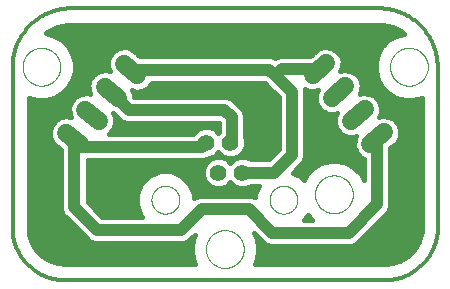
<source format=gtl>
G75*
%MOIN*%
%OFA0B0*%
%FSLAX25Y25*%
%IPPOS*%
%LPD*%
%AMOC8*
5,1,8,0,0,1.08239X$1,22.5*
%
%ADD10C,0.01200*%
%ADD11C,0.00000*%
%ADD12C,0.05937*%
%ADD13C,0.05543*%
%ADD14C,0.04000*%
%ADD15C,0.01600*%
D10*
X0021485Y0001909D02*
X0123847Y0001909D01*
X0143532Y0017657D02*
X0143532Y0072775D01*
X0143526Y0073251D01*
X0143509Y0073726D01*
X0143480Y0074201D01*
X0143440Y0074675D01*
X0143388Y0075148D01*
X0143325Y0075619D01*
X0143251Y0076089D01*
X0143165Y0076557D01*
X0143068Y0077023D01*
X0142960Y0077486D01*
X0142841Y0077946D01*
X0142710Y0078404D01*
X0142569Y0078858D01*
X0142416Y0079309D01*
X0142253Y0079755D01*
X0142079Y0080198D01*
X0141894Y0080636D01*
X0141699Y0081070D01*
X0141493Y0081499D01*
X0141277Y0081923D01*
X0141051Y0082342D01*
X0140815Y0082755D01*
X0140569Y0083162D01*
X0140313Y0083563D01*
X0140047Y0083957D01*
X0139772Y0084346D01*
X0139488Y0084727D01*
X0139195Y0085101D01*
X0138893Y0085469D01*
X0138581Y0085829D01*
X0138262Y0086181D01*
X0137934Y0086525D01*
X0137597Y0086862D01*
X0137253Y0087190D01*
X0136901Y0087509D01*
X0136541Y0087821D01*
X0136173Y0088123D01*
X0135799Y0088416D01*
X0135418Y0088700D01*
X0135029Y0088975D01*
X0134635Y0089241D01*
X0134234Y0089497D01*
X0133827Y0089743D01*
X0133414Y0089979D01*
X0132995Y0090205D01*
X0132571Y0090421D01*
X0132142Y0090627D01*
X0131708Y0090822D01*
X0131270Y0091007D01*
X0130827Y0091181D01*
X0130381Y0091344D01*
X0129930Y0091497D01*
X0129476Y0091638D01*
X0129018Y0091769D01*
X0128558Y0091888D01*
X0128095Y0091996D01*
X0127629Y0092093D01*
X0127161Y0092179D01*
X0126691Y0092253D01*
X0126220Y0092316D01*
X0125747Y0092368D01*
X0125273Y0092408D01*
X0124798Y0092437D01*
X0124323Y0092454D01*
X0123847Y0092460D01*
X0021485Y0092460D01*
X0021009Y0092454D01*
X0020534Y0092437D01*
X0020059Y0092408D01*
X0019585Y0092368D01*
X0019112Y0092316D01*
X0018641Y0092253D01*
X0018171Y0092179D01*
X0017703Y0092093D01*
X0017237Y0091996D01*
X0016774Y0091888D01*
X0016314Y0091769D01*
X0015856Y0091638D01*
X0015402Y0091497D01*
X0014951Y0091344D01*
X0014505Y0091181D01*
X0014062Y0091007D01*
X0013624Y0090822D01*
X0013190Y0090627D01*
X0012761Y0090421D01*
X0012337Y0090205D01*
X0011918Y0089979D01*
X0011505Y0089743D01*
X0011098Y0089497D01*
X0010697Y0089241D01*
X0010303Y0088975D01*
X0009914Y0088700D01*
X0009533Y0088416D01*
X0009159Y0088123D01*
X0008791Y0087821D01*
X0008431Y0087509D01*
X0008079Y0087190D01*
X0007735Y0086862D01*
X0007398Y0086525D01*
X0007070Y0086181D01*
X0006751Y0085829D01*
X0006439Y0085469D01*
X0006137Y0085101D01*
X0005844Y0084727D01*
X0005560Y0084346D01*
X0005285Y0083957D01*
X0005019Y0083563D01*
X0004763Y0083162D01*
X0004517Y0082755D01*
X0004281Y0082342D01*
X0004055Y0081923D01*
X0003839Y0081499D01*
X0003633Y0081070D01*
X0003438Y0080636D01*
X0003253Y0080198D01*
X0003079Y0079755D01*
X0002916Y0079309D01*
X0002763Y0078858D01*
X0002622Y0078404D01*
X0002491Y0077946D01*
X0002372Y0077486D01*
X0002264Y0077023D01*
X0002167Y0076557D01*
X0002081Y0076089D01*
X0002007Y0075619D01*
X0001944Y0075148D01*
X0001892Y0074675D01*
X0001852Y0074201D01*
X0001823Y0073726D01*
X0001806Y0073251D01*
X0001800Y0072775D01*
X0001800Y0017657D01*
X0001853Y0017230D01*
X0001916Y0016804D01*
X0001989Y0016379D01*
X0002073Y0015957D01*
X0002166Y0015536D01*
X0002270Y0015118D01*
X0002384Y0014703D01*
X0002508Y0014290D01*
X0002642Y0013881D01*
X0002786Y0013475D01*
X0002939Y0013072D01*
X0003103Y0012674D01*
X0003275Y0012279D01*
X0003458Y0011889D01*
X0003649Y0011503D01*
X0003850Y0011122D01*
X0004060Y0010746D01*
X0004279Y0010375D01*
X0004507Y0010009D01*
X0004744Y0009649D01*
X0004990Y0009295D01*
X0005243Y0008947D01*
X0005506Y0008606D01*
X0005776Y0008270D01*
X0006054Y0007942D01*
X0006341Y0007620D01*
X0006635Y0007305D01*
X0006936Y0006997D01*
X0007245Y0006697D01*
X0007561Y0006404D01*
X0007884Y0006119D01*
X0008214Y0005842D01*
X0008550Y0005573D01*
X0008893Y0005312D01*
X0009242Y0005059D01*
X0009597Y0004815D01*
X0009958Y0004580D01*
X0010324Y0004353D01*
X0010696Y0004136D01*
X0011073Y0003927D01*
X0011455Y0003727D01*
X0011841Y0003537D01*
X0012232Y0003357D01*
X0012627Y0003185D01*
X0013027Y0003024D01*
X0013430Y0002872D01*
X0013836Y0002729D01*
X0014246Y0002597D01*
X0014659Y0002475D01*
X0015075Y0002362D01*
X0015494Y0002260D01*
X0015914Y0002168D01*
X0016337Y0002086D01*
X0016762Y0002014D01*
X0017188Y0001953D01*
X0017616Y0001902D01*
X0018045Y0001861D01*
X0018475Y0001830D01*
X0018905Y0001811D01*
X0019336Y0001801D01*
X0019766Y0001802D01*
X0020197Y0001813D01*
X0020627Y0001835D01*
X0021057Y0001867D01*
X0021486Y0001909D01*
X0123847Y0001909D02*
X0124276Y0001867D01*
X0124706Y0001835D01*
X0125136Y0001813D01*
X0125567Y0001802D01*
X0125997Y0001801D01*
X0126428Y0001811D01*
X0126858Y0001830D01*
X0127288Y0001861D01*
X0127717Y0001902D01*
X0128145Y0001953D01*
X0128571Y0002014D01*
X0128996Y0002086D01*
X0129419Y0002168D01*
X0129839Y0002260D01*
X0130258Y0002362D01*
X0130674Y0002475D01*
X0131087Y0002597D01*
X0131497Y0002729D01*
X0131903Y0002872D01*
X0132306Y0003024D01*
X0132706Y0003185D01*
X0133101Y0003357D01*
X0133492Y0003537D01*
X0133878Y0003727D01*
X0134260Y0003927D01*
X0134637Y0004136D01*
X0135009Y0004353D01*
X0135375Y0004580D01*
X0135736Y0004815D01*
X0136091Y0005059D01*
X0136440Y0005312D01*
X0136783Y0005573D01*
X0137119Y0005842D01*
X0137449Y0006119D01*
X0137772Y0006404D01*
X0138088Y0006697D01*
X0138397Y0006997D01*
X0138698Y0007305D01*
X0138992Y0007620D01*
X0139279Y0007942D01*
X0139557Y0008270D01*
X0139827Y0008606D01*
X0140090Y0008947D01*
X0140343Y0009295D01*
X0140589Y0009649D01*
X0140826Y0010009D01*
X0141054Y0010375D01*
X0141273Y0010746D01*
X0141483Y0011122D01*
X0141684Y0011503D01*
X0141875Y0011889D01*
X0142058Y0012279D01*
X0142230Y0012674D01*
X0142394Y0013072D01*
X0142547Y0013475D01*
X0142691Y0013881D01*
X0142825Y0014290D01*
X0142949Y0014703D01*
X0143063Y0015118D01*
X0143167Y0015536D01*
X0143260Y0015957D01*
X0143344Y0016379D01*
X0143417Y0016804D01*
X0143480Y0017230D01*
X0143533Y0017657D01*
D11*
X0102627Y0030472D02*
X0102629Y0030630D01*
X0102635Y0030788D01*
X0102645Y0030946D01*
X0102659Y0031104D01*
X0102677Y0031261D01*
X0102698Y0031418D01*
X0102724Y0031574D01*
X0102754Y0031730D01*
X0102787Y0031885D01*
X0102825Y0032038D01*
X0102866Y0032191D01*
X0102911Y0032343D01*
X0102960Y0032494D01*
X0103013Y0032643D01*
X0103069Y0032791D01*
X0103129Y0032937D01*
X0103193Y0033082D01*
X0103261Y0033225D01*
X0103332Y0033367D01*
X0103406Y0033507D01*
X0103484Y0033644D01*
X0103566Y0033780D01*
X0103650Y0033914D01*
X0103739Y0034045D01*
X0103830Y0034174D01*
X0103925Y0034301D01*
X0104022Y0034426D01*
X0104123Y0034548D01*
X0104227Y0034667D01*
X0104334Y0034784D01*
X0104444Y0034898D01*
X0104557Y0035009D01*
X0104672Y0035118D01*
X0104790Y0035223D01*
X0104911Y0035325D01*
X0105034Y0035425D01*
X0105160Y0035521D01*
X0105288Y0035614D01*
X0105418Y0035704D01*
X0105551Y0035790D01*
X0105686Y0035874D01*
X0105822Y0035953D01*
X0105961Y0036030D01*
X0106102Y0036102D01*
X0106244Y0036172D01*
X0106388Y0036237D01*
X0106534Y0036299D01*
X0106681Y0036357D01*
X0106830Y0036412D01*
X0106980Y0036463D01*
X0107131Y0036510D01*
X0107283Y0036553D01*
X0107436Y0036592D01*
X0107591Y0036628D01*
X0107746Y0036659D01*
X0107902Y0036687D01*
X0108058Y0036711D01*
X0108215Y0036731D01*
X0108373Y0036747D01*
X0108530Y0036759D01*
X0108689Y0036767D01*
X0108847Y0036771D01*
X0109005Y0036771D01*
X0109163Y0036767D01*
X0109322Y0036759D01*
X0109479Y0036747D01*
X0109637Y0036731D01*
X0109794Y0036711D01*
X0109950Y0036687D01*
X0110106Y0036659D01*
X0110261Y0036628D01*
X0110416Y0036592D01*
X0110569Y0036553D01*
X0110721Y0036510D01*
X0110872Y0036463D01*
X0111022Y0036412D01*
X0111171Y0036357D01*
X0111318Y0036299D01*
X0111464Y0036237D01*
X0111608Y0036172D01*
X0111750Y0036102D01*
X0111891Y0036030D01*
X0112030Y0035953D01*
X0112166Y0035874D01*
X0112301Y0035790D01*
X0112434Y0035704D01*
X0112564Y0035614D01*
X0112692Y0035521D01*
X0112818Y0035425D01*
X0112941Y0035325D01*
X0113062Y0035223D01*
X0113180Y0035118D01*
X0113295Y0035009D01*
X0113408Y0034898D01*
X0113518Y0034784D01*
X0113625Y0034667D01*
X0113729Y0034548D01*
X0113830Y0034426D01*
X0113927Y0034301D01*
X0114022Y0034174D01*
X0114113Y0034045D01*
X0114202Y0033914D01*
X0114286Y0033780D01*
X0114368Y0033644D01*
X0114446Y0033507D01*
X0114520Y0033367D01*
X0114591Y0033225D01*
X0114659Y0033082D01*
X0114723Y0032937D01*
X0114783Y0032791D01*
X0114839Y0032643D01*
X0114892Y0032494D01*
X0114941Y0032343D01*
X0114986Y0032191D01*
X0115027Y0032038D01*
X0115065Y0031885D01*
X0115098Y0031730D01*
X0115128Y0031574D01*
X0115154Y0031418D01*
X0115175Y0031261D01*
X0115193Y0031104D01*
X0115207Y0030946D01*
X0115217Y0030788D01*
X0115223Y0030630D01*
X0115225Y0030472D01*
X0115223Y0030314D01*
X0115217Y0030156D01*
X0115207Y0029998D01*
X0115193Y0029840D01*
X0115175Y0029683D01*
X0115154Y0029526D01*
X0115128Y0029370D01*
X0115098Y0029214D01*
X0115065Y0029059D01*
X0115027Y0028906D01*
X0114986Y0028753D01*
X0114941Y0028601D01*
X0114892Y0028450D01*
X0114839Y0028301D01*
X0114783Y0028153D01*
X0114723Y0028007D01*
X0114659Y0027862D01*
X0114591Y0027719D01*
X0114520Y0027577D01*
X0114446Y0027437D01*
X0114368Y0027300D01*
X0114286Y0027164D01*
X0114202Y0027030D01*
X0114113Y0026899D01*
X0114022Y0026770D01*
X0113927Y0026643D01*
X0113830Y0026518D01*
X0113729Y0026396D01*
X0113625Y0026277D01*
X0113518Y0026160D01*
X0113408Y0026046D01*
X0113295Y0025935D01*
X0113180Y0025826D01*
X0113062Y0025721D01*
X0112941Y0025619D01*
X0112818Y0025519D01*
X0112692Y0025423D01*
X0112564Y0025330D01*
X0112434Y0025240D01*
X0112301Y0025154D01*
X0112166Y0025070D01*
X0112030Y0024991D01*
X0111891Y0024914D01*
X0111750Y0024842D01*
X0111608Y0024772D01*
X0111464Y0024707D01*
X0111318Y0024645D01*
X0111171Y0024587D01*
X0111022Y0024532D01*
X0110872Y0024481D01*
X0110721Y0024434D01*
X0110569Y0024391D01*
X0110416Y0024352D01*
X0110261Y0024316D01*
X0110106Y0024285D01*
X0109950Y0024257D01*
X0109794Y0024233D01*
X0109637Y0024213D01*
X0109479Y0024197D01*
X0109322Y0024185D01*
X0109163Y0024177D01*
X0109005Y0024173D01*
X0108847Y0024173D01*
X0108689Y0024177D01*
X0108530Y0024185D01*
X0108373Y0024197D01*
X0108215Y0024213D01*
X0108058Y0024233D01*
X0107902Y0024257D01*
X0107746Y0024285D01*
X0107591Y0024316D01*
X0107436Y0024352D01*
X0107283Y0024391D01*
X0107131Y0024434D01*
X0106980Y0024481D01*
X0106830Y0024532D01*
X0106681Y0024587D01*
X0106534Y0024645D01*
X0106388Y0024707D01*
X0106244Y0024772D01*
X0106102Y0024842D01*
X0105961Y0024914D01*
X0105822Y0024991D01*
X0105686Y0025070D01*
X0105551Y0025154D01*
X0105418Y0025240D01*
X0105288Y0025330D01*
X0105160Y0025423D01*
X0105034Y0025519D01*
X0104911Y0025619D01*
X0104790Y0025721D01*
X0104672Y0025826D01*
X0104557Y0025935D01*
X0104444Y0026046D01*
X0104334Y0026160D01*
X0104227Y0026277D01*
X0104123Y0026396D01*
X0104022Y0026518D01*
X0103925Y0026643D01*
X0103830Y0026770D01*
X0103739Y0026899D01*
X0103650Y0027030D01*
X0103566Y0027164D01*
X0103484Y0027300D01*
X0103406Y0027437D01*
X0103332Y0027577D01*
X0103261Y0027719D01*
X0103193Y0027862D01*
X0103129Y0028007D01*
X0103069Y0028153D01*
X0103013Y0028301D01*
X0102960Y0028450D01*
X0102911Y0028601D01*
X0102866Y0028753D01*
X0102825Y0028906D01*
X0102787Y0029059D01*
X0102754Y0029214D01*
X0102724Y0029370D01*
X0102698Y0029526D01*
X0102677Y0029683D01*
X0102659Y0029840D01*
X0102645Y0029998D01*
X0102635Y0030156D01*
X0102629Y0030314D01*
X0102627Y0030472D01*
X0087469Y0028661D02*
X0087471Y0028797D01*
X0087477Y0028932D01*
X0087487Y0029068D01*
X0087501Y0029203D01*
X0087519Y0029337D01*
X0087540Y0029471D01*
X0087566Y0029605D01*
X0087595Y0029737D01*
X0087629Y0029869D01*
X0087666Y0030000D01*
X0087707Y0030129D01*
X0087752Y0030257D01*
X0087800Y0030384D01*
X0087852Y0030509D01*
X0087908Y0030633D01*
X0087968Y0030755D01*
X0088031Y0030875D01*
X0088097Y0030994D01*
X0088167Y0031110D01*
X0088240Y0031225D01*
X0088317Y0031337D01*
X0088397Y0031446D01*
X0088480Y0031554D01*
X0088566Y0031659D01*
X0088655Y0031761D01*
X0088747Y0031861D01*
X0088842Y0031958D01*
X0088940Y0032052D01*
X0089040Y0032144D01*
X0089143Y0032232D01*
X0089249Y0032317D01*
X0089357Y0032400D01*
X0089467Y0032479D01*
X0089580Y0032554D01*
X0089695Y0032627D01*
X0089812Y0032696D01*
X0089931Y0032761D01*
X0090051Y0032823D01*
X0090174Y0032882D01*
X0090298Y0032937D01*
X0090424Y0032988D01*
X0090551Y0033036D01*
X0090679Y0033080D01*
X0090809Y0033120D01*
X0090940Y0033156D01*
X0091072Y0033188D01*
X0091204Y0033217D01*
X0091338Y0033242D01*
X0091472Y0033262D01*
X0091607Y0033279D01*
X0091742Y0033292D01*
X0091877Y0033301D01*
X0092013Y0033306D01*
X0092149Y0033307D01*
X0092285Y0033304D01*
X0092420Y0033297D01*
X0092556Y0033286D01*
X0092691Y0033271D01*
X0092825Y0033252D01*
X0092959Y0033230D01*
X0093092Y0033203D01*
X0093224Y0033173D01*
X0093356Y0033138D01*
X0093486Y0033100D01*
X0093615Y0033058D01*
X0093743Y0033012D01*
X0093869Y0032963D01*
X0093994Y0032910D01*
X0094118Y0032853D01*
X0094239Y0032793D01*
X0094359Y0032729D01*
X0094477Y0032662D01*
X0094593Y0032591D01*
X0094707Y0032517D01*
X0094818Y0032440D01*
X0094928Y0032359D01*
X0095034Y0032275D01*
X0095139Y0032188D01*
X0095241Y0032098D01*
X0095340Y0032006D01*
X0095436Y0031910D01*
X0095530Y0031812D01*
X0095620Y0031710D01*
X0095708Y0031607D01*
X0095792Y0031501D01*
X0095874Y0031392D01*
X0095952Y0031281D01*
X0096027Y0031168D01*
X0096098Y0031052D01*
X0096167Y0030935D01*
X0096231Y0030815D01*
X0096292Y0030694D01*
X0096350Y0030571D01*
X0096404Y0030447D01*
X0096454Y0030321D01*
X0096501Y0030193D01*
X0096544Y0030064D01*
X0096583Y0029934D01*
X0096618Y0029803D01*
X0096650Y0029671D01*
X0096677Y0029538D01*
X0096701Y0029405D01*
X0096721Y0029270D01*
X0096737Y0029135D01*
X0096749Y0029000D01*
X0096757Y0028865D01*
X0096761Y0028729D01*
X0096761Y0028593D01*
X0096757Y0028457D01*
X0096749Y0028322D01*
X0096737Y0028187D01*
X0096721Y0028052D01*
X0096701Y0027917D01*
X0096677Y0027784D01*
X0096650Y0027651D01*
X0096618Y0027519D01*
X0096583Y0027388D01*
X0096544Y0027258D01*
X0096501Y0027129D01*
X0096454Y0027001D01*
X0096404Y0026875D01*
X0096350Y0026751D01*
X0096292Y0026628D01*
X0096231Y0026507D01*
X0096167Y0026387D01*
X0096098Y0026270D01*
X0096027Y0026154D01*
X0095952Y0026041D01*
X0095874Y0025930D01*
X0095792Y0025821D01*
X0095708Y0025715D01*
X0095620Y0025612D01*
X0095530Y0025510D01*
X0095436Y0025412D01*
X0095340Y0025316D01*
X0095241Y0025224D01*
X0095139Y0025134D01*
X0095034Y0025047D01*
X0094928Y0024963D01*
X0094818Y0024882D01*
X0094707Y0024805D01*
X0094593Y0024731D01*
X0094477Y0024660D01*
X0094359Y0024593D01*
X0094239Y0024529D01*
X0094118Y0024469D01*
X0093994Y0024412D01*
X0093869Y0024359D01*
X0093743Y0024310D01*
X0093615Y0024264D01*
X0093486Y0024222D01*
X0093356Y0024184D01*
X0093224Y0024149D01*
X0093092Y0024119D01*
X0092959Y0024092D01*
X0092825Y0024070D01*
X0092691Y0024051D01*
X0092556Y0024036D01*
X0092420Y0024025D01*
X0092285Y0024018D01*
X0092149Y0024015D01*
X0092013Y0024016D01*
X0091877Y0024021D01*
X0091742Y0024030D01*
X0091607Y0024043D01*
X0091472Y0024060D01*
X0091338Y0024080D01*
X0091204Y0024105D01*
X0091072Y0024134D01*
X0090940Y0024166D01*
X0090809Y0024202D01*
X0090679Y0024242D01*
X0090551Y0024286D01*
X0090424Y0024334D01*
X0090298Y0024385D01*
X0090174Y0024440D01*
X0090051Y0024499D01*
X0089931Y0024561D01*
X0089812Y0024626D01*
X0089695Y0024695D01*
X0089580Y0024768D01*
X0089467Y0024843D01*
X0089357Y0024922D01*
X0089249Y0025005D01*
X0089143Y0025090D01*
X0089040Y0025178D01*
X0088940Y0025270D01*
X0088842Y0025364D01*
X0088747Y0025461D01*
X0088655Y0025561D01*
X0088566Y0025663D01*
X0088480Y0025768D01*
X0088397Y0025876D01*
X0088317Y0025985D01*
X0088240Y0026097D01*
X0088167Y0026212D01*
X0088097Y0026328D01*
X0088031Y0026447D01*
X0087968Y0026567D01*
X0087908Y0026689D01*
X0087852Y0026813D01*
X0087800Y0026938D01*
X0087752Y0027065D01*
X0087707Y0027193D01*
X0087666Y0027322D01*
X0087629Y0027453D01*
X0087595Y0027585D01*
X0087566Y0027717D01*
X0087540Y0027851D01*
X0087519Y0027985D01*
X0087501Y0028119D01*
X0087487Y0028254D01*
X0087477Y0028390D01*
X0087471Y0028525D01*
X0087469Y0028661D01*
X0066269Y0012224D02*
X0066271Y0012382D01*
X0066277Y0012540D01*
X0066287Y0012698D01*
X0066301Y0012856D01*
X0066319Y0013013D01*
X0066340Y0013170D01*
X0066366Y0013326D01*
X0066396Y0013482D01*
X0066429Y0013637D01*
X0066467Y0013790D01*
X0066508Y0013943D01*
X0066553Y0014095D01*
X0066602Y0014246D01*
X0066655Y0014395D01*
X0066711Y0014543D01*
X0066771Y0014689D01*
X0066835Y0014834D01*
X0066903Y0014977D01*
X0066974Y0015119D01*
X0067048Y0015259D01*
X0067126Y0015396D01*
X0067208Y0015532D01*
X0067292Y0015666D01*
X0067381Y0015797D01*
X0067472Y0015926D01*
X0067567Y0016053D01*
X0067664Y0016178D01*
X0067765Y0016300D01*
X0067869Y0016419D01*
X0067976Y0016536D01*
X0068086Y0016650D01*
X0068199Y0016761D01*
X0068314Y0016870D01*
X0068432Y0016975D01*
X0068553Y0017077D01*
X0068676Y0017177D01*
X0068802Y0017273D01*
X0068930Y0017366D01*
X0069060Y0017456D01*
X0069193Y0017542D01*
X0069328Y0017626D01*
X0069464Y0017705D01*
X0069603Y0017782D01*
X0069744Y0017854D01*
X0069886Y0017924D01*
X0070030Y0017989D01*
X0070176Y0018051D01*
X0070323Y0018109D01*
X0070472Y0018164D01*
X0070622Y0018215D01*
X0070773Y0018262D01*
X0070925Y0018305D01*
X0071078Y0018344D01*
X0071233Y0018380D01*
X0071388Y0018411D01*
X0071544Y0018439D01*
X0071700Y0018463D01*
X0071857Y0018483D01*
X0072015Y0018499D01*
X0072172Y0018511D01*
X0072331Y0018519D01*
X0072489Y0018523D01*
X0072647Y0018523D01*
X0072805Y0018519D01*
X0072964Y0018511D01*
X0073121Y0018499D01*
X0073279Y0018483D01*
X0073436Y0018463D01*
X0073592Y0018439D01*
X0073748Y0018411D01*
X0073903Y0018380D01*
X0074058Y0018344D01*
X0074211Y0018305D01*
X0074363Y0018262D01*
X0074514Y0018215D01*
X0074664Y0018164D01*
X0074813Y0018109D01*
X0074960Y0018051D01*
X0075106Y0017989D01*
X0075250Y0017924D01*
X0075392Y0017854D01*
X0075533Y0017782D01*
X0075672Y0017705D01*
X0075808Y0017626D01*
X0075943Y0017542D01*
X0076076Y0017456D01*
X0076206Y0017366D01*
X0076334Y0017273D01*
X0076460Y0017177D01*
X0076583Y0017077D01*
X0076704Y0016975D01*
X0076822Y0016870D01*
X0076937Y0016761D01*
X0077050Y0016650D01*
X0077160Y0016536D01*
X0077267Y0016419D01*
X0077371Y0016300D01*
X0077472Y0016178D01*
X0077569Y0016053D01*
X0077664Y0015926D01*
X0077755Y0015797D01*
X0077844Y0015666D01*
X0077928Y0015532D01*
X0078010Y0015396D01*
X0078088Y0015259D01*
X0078162Y0015119D01*
X0078233Y0014977D01*
X0078301Y0014834D01*
X0078365Y0014689D01*
X0078425Y0014543D01*
X0078481Y0014395D01*
X0078534Y0014246D01*
X0078583Y0014095D01*
X0078628Y0013943D01*
X0078669Y0013790D01*
X0078707Y0013637D01*
X0078740Y0013482D01*
X0078770Y0013326D01*
X0078796Y0013170D01*
X0078817Y0013013D01*
X0078835Y0012856D01*
X0078849Y0012698D01*
X0078859Y0012540D01*
X0078865Y0012382D01*
X0078867Y0012224D01*
X0078865Y0012066D01*
X0078859Y0011908D01*
X0078849Y0011750D01*
X0078835Y0011592D01*
X0078817Y0011435D01*
X0078796Y0011278D01*
X0078770Y0011122D01*
X0078740Y0010966D01*
X0078707Y0010811D01*
X0078669Y0010658D01*
X0078628Y0010505D01*
X0078583Y0010353D01*
X0078534Y0010202D01*
X0078481Y0010053D01*
X0078425Y0009905D01*
X0078365Y0009759D01*
X0078301Y0009614D01*
X0078233Y0009471D01*
X0078162Y0009329D01*
X0078088Y0009189D01*
X0078010Y0009052D01*
X0077928Y0008916D01*
X0077844Y0008782D01*
X0077755Y0008651D01*
X0077664Y0008522D01*
X0077569Y0008395D01*
X0077472Y0008270D01*
X0077371Y0008148D01*
X0077267Y0008029D01*
X0077160Y0007912D01*
X0077050Y0007798D01*
X0076937Y0007687D01*
X0076822Y0007578D01*
X0076704Y0007473D01*
X0076583Y0007371D01*
X0076460Y0007271D01*
X0076334Y0007175D01*
X0076206Y0007082D01*
X0076076Y0006992D01*
X0075943Y0006906D01*
X0075808Y0006822D01*
X0075672Y0006743D01*
X0075533Y0006666D01*
X0075392Y0006594D01*
X0075250Y0006524D01*
X0075106Y0006459D01*
X0074960Y0006397D01*
X0074813Y0006339D01*
X0074664Y0006284D01*
X0074514Y0006233D01*
X0074363Y0006186D01*
X0074211Y0006143D01*
X0074058Y0006104D01*
X0073903Y0006068D01*
X0073748Y0006037D01*
X0073592Y0006009D01*
X0073436Y0005985D01*
X0073279Y0005965D01*
X0073121Y0005949D01*
X0072964Y0005937D01*
X0072805Y0005929D01*
X0072647Y0005925D01*
X0072489Y0005925D01*
X0072331Y0005929D01*
X0072172Y0005937D01*
X0072015Y0005949D01*
X0071857Y0005965D01*
X0071700Y0005985D01*
X0071544Y0006009D01*
X0071388Y0006037D01*
X0071233Y0006068D01*
X0071078Y0006104D01*
X0070925Y0006143D01*
X0070773Y0006186D01*
X0070622Y0006233D01*
X0070472Y0006284D01*
X0070323Y0006339D01*
X0070176Y0006397D01*
X0070030Y0006459D01*
X0069886Y0006524D01*
X0069744Y0006594D01*
X0069603Y0006666D01*
X0069464Y0006743D01*
X0069328Y0006822D01*
X0069193Y0006906D01*
X0069060Y0006992D01*
X0068930Y0007082D01*
X0068802Y0007175D01*
X0068676Y0007271D01*
X0068553Y0007371D01*
X0068432Y0007473D01*
X0068314Y0007578D01*
X0068199Y0007687D01*
X0068086Y0007798D01*
X0067976Y0007912D01*
X0067869Y0008029D01*
X0067765Y0008148D01*
X0067664Y0008270D01*
X0067567Y0008395D01*
X0067472Y0008522D01*
X0067381Y0008651D01*
X0067292Y0008782D01*
X0067208Y0008916D01*
X0067126Y0009052D01*
X0067048Y0009189D01*
X0066974Y0009329D01*
X0066903Y0009471D01*
X0066835Y0009614D01*
X0066771Y0009759D01*
X0066711Y0009905D01*
X0066655Y0010053D01*
X0066602Y0010202D01*
X0066553Y0010353D01*
X0066508Y0010505D01*
X0066467Y0010658D01*
X0066429Y0010811D01*
X0066396Y0010966D01*
X0066366Y0011122D01*
X0066340Y0011278D01*
X0066319Y0011435D01*
X0066301Y0011592D01*
X0066287Y0011750D01*
X0066277Y0011908D01*
X0066271Y0012066D01*
X0066269Y0012224D01*
X0048099Y0028661D02*
X0048101Y0028797D01*
X0048107Y0028932D01*
X0048117Y0029068D01*
X0048131Y0029203D01*
X0048149Y0029337D01*
X0048170Y0029471D01*
X0048196Y0029605D01*
X0048225Y0029737D01*
X0048259Y0029869D01*
X0048296Y0030000D01*
X0048337Y0030129D01*
X0048382Y0030257D01*
X0048430Y0030384D01*
X0048482Y0030509D01*
X0048538Y0030633D01*
X0048598Y0030755D01*
X0048661Y0030875D01*
X0048727Y0030994D01*
X0048797Y0031110D01*
X0048870Y0031225D01*
X0048947Y0031337D01*
X0049027Y0031446D01*
X0049110Y0031554D01*
X0049196Y0031659D01*
X0049285Y0031761D01*
X0049377Y0031861D01*
X0049472Y0031958D01*
X0049570Y0032052D01*
X0049670Y0032144D01*
X0049773Y0032232D01*
X0049879Y0032317D01*
X0049987Y0032400D01*
X0050097Y0032479D01*
X0050210Y0032554D01*
X0050325Y0032627D01*
X0050442Y0032696D01*
X0050561Y0032761D01*
X0050681Y0032823D01*
X0050804Y0032882D01*
X0050928Y0032937D01*
X0051054Y0032988D01*
X0051181Y0033036D01*
X0051309Y0033080D01*
X0051439Y0033120D01*
X0051570Y0033156D01*
X0051702Y0033188D01*
X0051834Y0033217D01*
X0051968Y0033242D01*
X0052102Y0033262D01*
X0052237Y0033279D01*
X0052372Y0033292D01*
X0052507Y0033301D01*
X0052643Y0033306D01*
X0052779Y0033307D01*
X0052915Y0033304D01*
X0053050Y0033297D01*
X0053186Y0033286D01*
X0053321Y0033271D01*
X0053455Y0033252D01*
X0053589Y0033230D01*
X0053722Y0033203D01*
X0053854Y0033173D01*
X0053986Y0033138D01*
X0054116Y0033100D01*
X0054245Y0033058D01*
X0054373Y0033012D01*
X0054499Y0032963D01*
X0054624Y0032910D01*
X0054748Y0032853D01*
X0054869Y0032793D01*
X0054989Y0032729D01*
X0055107Y0032662D01*
X0055223Y0032591D01*
X0055337Y0032517D01*
X0055448Y0032440D01*
X0055558Y0032359D01*
X0055664Y0032275D01*
X0055769Y0032188D01*
X0055871Y0032098D01*
X0055970Y0032006D01*
X0056066Y0031910D01*
X0056160Y0031812D01*
X0056250Y0031710D01*
X0056338Y0031607D01*
X0056422Y0031501D01*
X0056504Y0031392D01*
X0056582Y0031281D01*
X0056657Y0031168D01*
X0056728Y0031052D01*
X0056797Y0030935D01*
X0056861Y0030815D01*
X0056922Y0030694D01*
X0056980Y0030571D01*
X0057034Y0030447D01*
X0057084Y0030321D01*
X0057131Y0030193D01*
X0057174Y0030064D01*
X0057213Y0029934D01*
X0057248Y0029803D01*
X0057280Y0029671D01*
X0057307Y0029538D01*
X0057331Y0029405D01*
X0057351Y0029270D01*
X0057367Y0029135D01*
X0057379Y0029000D01*
X0057387Y0028865D01*
X0057391Y0028729D01*
X0057391Y0028593D01*
X0057387Y0028457D01*
X0057379Y0028322D01*
X0057367Y0028187D01*
X0057351Y0028052D01*
X0057331Y0027917D01*
X0057307Y0027784D01*
X0057280Y0027651D01*
X0057248Y0027519D01*
X0057213Y0027388D01*
X0057174Y0027258D01*
X0057131Y0027129D01*
X0057084Y0027001D01*
X0057034Y0026875D01*
X0056980Y0026751D01*
X0056922Y0026628D01*
X0056861Y0026507D01*
X0056797Y0026387D01*
X0056728Y0026270D01*
X0056657Y0026154D01*
X0056582Y0026041D01*
X0056504Y0025930D01*
X0056422Y0025821D01*
X0056338Y0025715D01*
X0056250Y0025612D01*
X0056160Y0025510D01*
X0056066Y0025412D01*
X0055970Y0025316D01*
X0055871Y0025224D01*
X0055769Y0025134D01*
X0055664Y0025047D01*
X0055558Y0024963D01*
X0055448Y0024882D01*
X0055337Y0024805D01*
X0055223Y0024731D01*
X0055107Y0024660D01*
X0054989Y0024593D01*
X0054869Y0024529D01*
X0054748Y0024469D01*
X0054624Y0024412D01*
X0054499Y0024359D01*
X0054373Y0024310D01*
X0054245Y0024264D01*
X0054116Y0024222D01*
X0053986Y0024184D01*
X0053854Y0024149D01*
X0053722Y0024119D01*
X0053589Y0024092D01*
X0053455Y0024070D01*
X0053321Y0024051D01*
X0053186Y0024036D01*
X0053050Y0024025D01*
X0052915Y0024018D01*
X0052779Y0024015D01*
X0052643Y0024016D01*
X0052507Y0024021D01*
X0052372Y0024030D01*
X0052237Y0024043D01*
X0052102Y0024060D01*
X0051968Y0024080D01*
X0051834Y0024105D01*
X0051702Y0024134D01*
X0051570Y0024166D01*
X0051439Y0024202D01*
X0051309Y0024242D01*
X0051181Y0024286D01*
X0051054Y0024334D01*
X0050928Y0024385D01*
X0050804Y0024440D01*
X0050681Y0024499D01*
X0050561Y0024561D01*
X0050442Y0024626D01*
X0050325Y0024695D01*
X0050210Y0024768D01*
X0050097Y0024843D01*
X0049987Y0024922D01*
X0049879Y0025005D01*
X0049773Y0025090D01*
X0049670Y0025178D01*
X0049570Y0025270D01*
X0049472Y0025364D01*
X0049377Y0025461D01*
X0049285Y0025561D01*
X0049196Y0025663D01*
X0049110Y0025768D01*
X0049027Y0025876D01*
X0048947Y0025985D01*
X0048870Y0026097D01*
X0048797Y0026212D01*
X0048727Y0026328D01*
X0048661Y0026447D01*
X0048598Y0026567D01*
X0048538Y0026689D01*
X0048482Y0026813D01*
X0048430Y0026938D01*
X0048382Y0027065D01*
X0048337Y0027193D01*
X0048296Y0027322D01*
X0048259Y0027453D01*
X0048225Y0027585D01*
X0048196Y0027717D01*
X0048170Y0027851D01*
X0048149Y0027985D01*
X0048131Y0028119D01*
X0048117Y0028254D01*
X0048107Y0028390D01*
X0048101Y0028525D01*
X0048099Y0028661D01*
X0005127Y0072972D02*
X0005129Y0073130D01*
X0005135Y0073288D01*
X0005145Y0073446D01*
X0005159Y0073604D01*
X0005177Y0073761D01*
X0005198Y0073918D01*
X0005224Y0074074D01*
X0005254Y0074230D01*
X0005287Y0074385D01*
X0005325Y0074538D01*
X0005366Y0074691D01*
X0005411Y0074843D01*
X0005460Y0074994D01*
X0005513Y0075143D01*
X0005569Y0075291D01*
X0005629Y0075437D01*
X0005693Y0075582D01*
X0005761Y0075725D01*
X0005832Y0075867D01*
X0005906Y0076007D01*
X0005984Y0076144D01*
X0006066Y0076280D01*
X0006150Y0076414D01*
X0006239Y0076545D01*
X0006330Y0076674D01*
X0006425Y0076801D01*
X0006522Y0076926D01*
X0006623Y0077048D01*
X0006727Y0077167D01*
X0006834Y0077284D01*
X0006944Y0077398D01*
X0007057Y0077509D01*
X0007172Y0077618D01*
X0007290Y0077723D01*
X0007411Y0077825D01*
X0007534Y0077925D01*
X0007660Y0078021D01*
X0007788Y0078114D01*
X0007918Y0078204D01*
X0008051Y0078290D01*
X0008186Y0078374D01*
X0008322Y0078453D01*
X0008461Y0078530D01*
X0008602Y0078602D01*
X0008744Y0078672D01*
X0008888Y0078737D01*
X0009034Y0078799D01*
X0009181Y0078857D01*
X0009330Y0078912D01*
X0009480Y0078963D01*
X0009631Y0079010D01*
X0009783Y0079053D01*
X0009936Y0079092D01*
X0010091Y0079128D01*
X0010246Y0079159D01*
X0010402Y0079187D01*
X0010558Y0079211D01*
X0010715Y0079231D01*
X0010873Y0079247D01*
X0011030Y0079259D01*
X0011189Y0079267D01*
X0011347Y0079271D01*
X0011505Y0079271D01*
X0011663Y0079267D01*
X0011822Y0079259D01*
X0011979Y0079247D01*
X0012137Y0079231D01*
X0012294Y0079211D01*
X0012450Y0079187D01*
X0012606Y0079159D01*
X0012761Y0079128D01*
X0012916Y0079092D01*
X0013069Y0079053D01*
X0013221Y0079010D01*
X0013372Y0078963D01*
X0013522Y0078912D01*
X0013671Y0078857D01*
X0013818Y0078799D01*
X0013964Y0078737D01*
X0014108Y0078672D01*
X0014250Y0078602D01*
X0014391Y0078530D01*
X0014530Y0078453D01*
X0014666Y0078374D01*
X0014801Y0078290D01*
X0014934Y0078204D01*
X0015064Y0078114D01*
X0015192Y0078021D01*
X0015318Y0077925D01*
X0015441Y0077825D01*
X0015562Y0077723D01*
X0015680Y0077618D01*
X0015795Y0077509D01*
X0015908Y0077398D01*
X0016018Y0077284D01*
X0016125Y0077167D01*
X0016229Y0077048D01*
X0016330Y0076926D01*
X0016427Y0076801D01*
X0016522Y0076674D01*
X0016613Y0076545D01*
X0016702Y0076414D01*
X0016786Y0076280D01*
X0016868Y0076144D01*
X0016946Y0076007D01*
X0017020Y0075867D01*
X0017091Y0075725D01*
X0017159Y0075582D01*
X0017223Y0075437D01*
X0017283Y0075291D01*
X0017339Y0075143D01*
X0017392Y0074994D01*
X0017441Y0074843D01*
X0017486Y0074691D01*
X0017527Y0074538D01*
X0017565Y0074385D01*
X0017598Y0074230D01*
X0017628Y0074074D01*
X0017654Y0073918D01*
X0017675Y0073761D01*
X0017693Y0073604D01*
X0017707Y0073446D01*
X0017717Y0073288D01*
X0017723Y0073130D01*
X0017725Y0072972D01*
X0017723Y0072814D01*
X0017717Y0072656D01*
X0017707Y0072498D01*
X0017693Y0072340D01*
X0017675Y0072183D01*
X0017654Y0072026D01*
X0017628Y0071870D01*
X0017598Y0071714D01*
X0017565Y0071559D01*
X0017527Y0071406D01*
X0017486Y0071253D01*
X0017441Y0071101D01*
X0017392Y0070950D01*
X0017339Y0070801D01*
X0017283Y0070653D01*
X0017223Y0070507D01*
X0017159Y0070362D01*
X0017091Y0070219D01*
X0017020Y0070077D01*
X0016946Y0069937D01*
X0016868Y0069800D01*
X0016786Y0069664D01*
X0016702Y0069530D01*
X0016613Y0069399D01*
X0016522Y0069270D01*
X0016427Y0069143D01*
X0016330Y0069018D01*
X0016229Y0068896D01*
X0016125Y0068777D01*
X0016018Y0068660D01*
X0015908Y0068546D01*
X0015795Y0068435D01*
X0015680Y0068326D01*
X0015562Y0068221D01*
X0015441Y0068119D01*
X0015318Y0068019D01*
X0015192Y0067923D01*
X0015064Y0067830D01*
X0014934Y0067740D01*
X0014801Y0067654D01*
X0014666Y0067570D01*
X0014530Y0067491D01*
X0014391Y0067414D01*
X0014250Y0067342D01*
X0014108Y0067272D01*
X0013964Y0067207D01*
X0013818Y0067145D01*
X0013671Y0067087D01*
X0013522Y0067032D01*
X0013372Y0066981D01*
X0013221Y0066934D01*
X0013069Y0066891D01*
X0012916Y0066852D01*
X0012761Y0066816D01*
X0012606Y0066785D01*
X0012450Y0066757D01*
X0012294Y0066733D01*
X0012137Y0066713D01*
X0011979Y0066697D01*
X0011822Y0066685D01*
X0011663Y0066677D01*
X0011505Y0066673D01*
X0011347Y0066673D01*
X0011189Y0066677D01*
X0011030Y0066685D01*
X0010873Y0066697D01*
X0010715Y0066713D01*
X0010558Y0066733D01*
X0010402Y0066757D01*
X0010246Y0066785D01*
X0010091Y0066816D01*
X0009936Y0066852D01*
X0009783Y0066891D01*
X0009631Y0066934D01*
X0009480Y0066981D01*
X0009330Y0067032D01*
X0009181Y0067087D01*
X0009034Y0067145D01*
X0008888Y0067207D01*
X0008744Y0067272D01*
X0008602Y0067342D01*
X0008461Y0067414D01*
X0008322Y0067491D01*
X0008186Y0067570D01*
X0008051Y0067654D01*
X0007918Y0067740D01*
X0007788Y0067830D01*
X0007660Y0067923D01*
X0007534Y0068019D01*
X0007411Y0068119D01*
X0007290Y0068221D01*
X0007172Y0068326D01*
X0007057Y0068435D01*
X0006944Y0068546D01*
X0006834Y0068660D01*
X0006727Y0068777D01*
X0006623Y0068896D01*
X0006522Y0069018D01*
X0006425Y0069143D01*
X0006330Y0069270D01*
X0006239Y0069399D01*
X0006150Y0069530D01*
X0006066Y0069664D01*
X0005984Y0069800D01*
X0005906Y0069937D01*
X0005832Y0070077D01*
X0005761Y0070219D01*
X0005693Y0070362D01*
X0005629Y0070507D01*
X0005569Y0070653D01*
X0005513Y0070801D01*
X0005460Y0070950D01*
X0005411Y0071101D01*
X0005366Y0071253D01*
X0005325Y0071406D01*
X0005287Y0071559D01*
X0005254Y0071714D01*
X0005224Y0071870D01*
X0005198Y0072026D01*
X0005177Y0072183D01*
X0005159Y0072340D01*
X0005145Y0072498D01*
X0005135Y0072656D01*
X0005129Y0072814D01*
X0005127Y0072972D01*
X0127627Y0072972D02*
X0127629Y0073130D01*
X0127635Y0073288D01*
X0127645Y0073446D01*
X0127659Y0073604D01*
X0127677Y0073761D01*
X0127698Y0073918D01*
X0127724Y0074074D01*
X0127754Y0074230D01*
X0127787Y0074385D01*
X0127825Y0074538D01*
X0127866Y0074691D01*
X0127911Y0074843D01*
X0127960Y0074994D01*
X0128013Y0075143D01*
X0128069Y0075291D01*
X0128129Y0075437D01*
X0128193Y0075582D01*
X0128261Y0075725D01*
X0128332Y0075867D01*
X0128406Y0076007D01*
X0128484Y0076144D01*
X0128566Y0076280D01*
X0128650Y0076414D01*
X0128739Y0076545D01*
X0128830Y0076674D01*
X0128925Y0076801D01*
X0129022Y0076926D01*
X0129123Y0077048D01*
X0129227Y0077167D01*
X0129334Y0077284D01*
X0129444Y0077398D01*
X0129557Y0077509D01*
X0129672Y0077618D01*
X0129790Y0077723D01*
X0129911Y0077825D01*
X0130034Y0077925D01*
X0130160Y0078021D01*
X0130288Y0078114D01*
X0130418Y0078204D01*
X0130551Y0078290D01*
X0130686Y0078374D01*
X0130822Y0078453D01*
X0130961Y0078530D01*
X0131102Y0078602D01*
X0131244Y0078672D01*
X0131388Y0078737D01*
X0131534Y0078799D01*
X0131681Y0078857D01*
X0131830Y0078912D01*
X0131980Y0078963D01*
X0132131Y0079010D01*
X0132283Y0079053D01*
X0132436Y0079092D01*
X0132591Y0079128D01*
X0132746Y0079159D01*
X0132902Y0079187D01*
X0133058Y0079211D01*
X0133215Y0079231D01*
X0133373Y0079247D01*
X0133530Y0079259D01*
X0133689Y0079267D01*
X0133847Y0079271D01*
X0134005Y0079271D01*
X0134163Y0079267D01*
X0134322Y0079259D01*
X0134479Y0079247D01*
X0134637Y0079231D01*
X0134794Y0079211D01*
X0134950Y0079187D01*
X0135106Y0079159D01*
X0135261Y0079128D01*
X0135416Y0079092D01*
X0135569Y0079053D01*
X0135721Y0079010D01*
X0135872Y0078963D01*
X0136022Y0078912D01*
X0136171Y0078857D01*
X0136318Y0078799D01*
X0136464Y0078737D01*
X0136608Y0078672D01*
X0136750Y0078602D01*
X0136891Y0078530D01*
X0137030Y0078453D01*
X0137166Y0078374D01*
X0137301Y0078290D01*
X0137434Y0078204D01*
X0137564Y0078114D01*
X0137692Y0078021D01*
X0137818Y0077925D01*
X0137941Y0077825D01*
X0138062Y0077723D01*
X0138180Y0077618D01*
X0138295Y0077509D01*
X0138408Y0077398D01*
X0138518Y0077284D01*
X0138625Y0077167D01*
X0138729Y0077048D01*
X0138830Y0076926D01*
X0138927Y0076801D01*
X0139022Y0076674D01*
X0139113Y0076545D01*
X0139202Y0076414D01*
X0139286Y0076280D01*
X0139368Y0076144D01*
X0139446Y0076007D01*
X0139520Y0075867D01*
X0139591Y0075725D01*
X0139659Y0075582D01*
X0139723Y0075437D01*
X0139783Y0075291D01*
X0139839Y0075143D01*
X0139892Y0074994D01*
X0139941Y0074843D01*
X0139986Y0074691D01*
X0140027Y0074538D01*
X0140065Y0074385D01*
X0140098Y0074230D01*
X0140128Y0074074D01*
X0140154Y0073918D01*
X0140175Y0073761D01*
X0140193Y0073604D01*
X0140207Y0073446D01*
X0140217Y0073288D01*
X0140223Y0073130D01*
X0140225Y0072972D01*
X0140223Y0072814D01*
X0140217Y0072656D01*
X0140207Y0072498D01*
X0140193Y0072340D01*
X0140175Y0072183D01*
X0140154Y0072026D01*
X0140128Y0071870D01*
X0140098Y0071714D01*
X0140065Y0071559D01*
X0140027Y0071406D01*
X0139986Y0071253D01*
X0139941Y0071101D01*
X0139892Y0070950D01*
X0139839Y0070801D01*
X0139783Y0070653D01*
X0139723Y0070507D01*
X0139659Y0070362D01*
X0139591Y0070219D01*
X0139520Y0070077D01*
X0139446Y0069937D01*
X0139368Y0069800D01*
X0139286Y0069664D01*
X0139202Y0069530D01*
X0139113Y0069399D01*
X0139022Y0069270D01*
X0138927Y0069143D01*
X0138830Y0069018D01*
X0138729Y0068896D01*
X0138625Y0068777D01*
X0138518Y0068660D01*
X0138408Y0068546D01*
X0138295Y0068435D01*
X0138180Y0068326D01*
X0138062Y0068221D01*
X0137941Y0068119D01*
X0137818Y0068019D01*
X0137692Y0067923D01*
X0137564Y0067830D01*
X0137434Y0067740D01*
X0137301Y0067654D01*
X0137166Y0067570D01*
X0137030Y0067491D01*
X0136891Y0067414D01*
X0136750Y0067342D01*
X0136608Y0067272D01*
X0136464Y0067207D01*
X0136318Y0067145D01*
X0136171Y0067087D01*
X0136022Y0067032D01*
X0135872Y0066981D01*
X0135721Y0066934D01*
X0135569Y0066891D01*
X0135416Y0066852D01*
X0135261Y0066816D01*
X0135106Y0066785D01*
X0134950Y0066757D01*
X0134794Y0066733D01*
X0134637Y0066713D01*
X0134479Y0066697D01*
X0134322Y0066685D01*
X0134163Y0066677D01*
X0134005Y0066673D01*
X0133847Y0066673D01*
X0133689Y0066677D01*
X0133530Y0066685D01*
X0133373Y0066697D01*
X0133215Y0066713D01*
X0133058Y0066733D01*
X0132902Y0066757D01*
X0132746Y0066785D01*
X0132591Y0066816D01*
X0132436Y0066852D01*
X0132283Y0066891D01*
X0132131Y0066934D01*
X0131980Y0066981D01*
X0131830Y0067032D01*
X0131681Y0067087D01*
X0131534Y0067145D01*
X0131388Y0067207D01*
X0131244Y0067272D01*
X0131102Y0067342D01*
X0130961Y0067414D01*
X0130822Y0067491D01*
X0130686Y0067570D01*
X0130551Y0067654D01*
X0130418Y0067740D01*
X0130288Y0067830D01*
X0130160Y0067923D01*
X0130034Y0068019D01*
X0129911Y0068119D01*
X0129790Y0068221D01*
X0129672Y0068326D01*
X0129557Y0068435D01*
X0129444Y0068546D01*
X0129334Y0068660D01*
X0129227Y0068777D01*
X0129123Y0068896D01*
X0129022Y0069018D01*
X0128925Y0069143D01*
X0128830Y0069270D01*
X0128739Y0069399D01*
X0128650Y0069530D01*
X0128566Y0069664D01*
X0128484Y0069800D01*
X0128406Y0069937D01*
X0128332Y0070077D01*
X0128261Y0070219D01*
X0128193Y0070362D01*
X0128129Y0070507D01*
X0128069Y0070653D01*
X0128013Y0070801D01*
X0127960Y0070950D01*
X0127911Y0071101D01*
X0127866Y0071253D01*
X0127825Y0071406D01*
X0127787Y0071559D01*
X0127754Y0071714D01*
X0127724Y0071870D01*
X0127698Y0072026D01*
X0127677Y0072183D01*
X0127659Y0072340D01*
X0127645Y0072498D01*
X0127635Y0072656D01*
X0127629Y0072814D01*
X0127627Y0072972D01*
D12*
X0112789Y0066462D02*
X0108241Y0062646D01*
X0114669Y0054985D02*
X0119217Y0058802D01*
X0125645Y0051141D02*
X0121097Y0047325D01*
X0101813Y0070306D02*
X0106361Y0074123D01*
X0043453Y0070159D02*
X0038905Y0073975D01*
X0032477Y0066314D02*
X0037025Y0062498D01*
X0030597Y0054838D02*
X0026049Y0058654D01*
X0019621Y0050994D02*
X0024169Y0047177D01*
D13*
X0066406Y0047716D03*
X0074438Y0047716D03*
X0078454Y0037716D03*
X0070422Y0037716D03*
D14*
X0078454Y0037716D02*
X0088985Y0037716D01*
X0094930Y0043661D01*
X0094930Y0064567D01*
X0089536Y0069960D01*
X0091790Y0072214D01*
X0104087Y0072214D01*
X0089536Y0069960D02*
X0087430Y0072067D01*
X0041179Y0072067D01*
X0034751Y0064406D02*
X0040496Y0058661D01*
X0072430Y0058661D01*
X0074930Y0056161D01*
X0074930Y0048208D01*
X0074438Y0047716D01*
X0066406Y0047716D02*
X0064851Y0046161D01*
X0024820Y0046161D01*
X0021895Y0049085D01*
X0022430Y0048551D01*
X0022430Y0026161D01*
X0029930Y0018661D01*
X0057922Y0018661D01*
X0064792Y0025531D01*
X0080540Y0025531D01*
X0088414Y0017657D01*
X0113926Y0017657D01*
X0123371Y0027102D01*
X0123371Y0049233D01*
D15*
X0014108Y0008439D02*
X0011754Y0009923D01*
X0009790Y0011893D01*
X0008313Y0014252D01*
X0007398Y0016879D01*
X0007200Y0018057D01*
X0007200Y0062614D01*
X0009965Y0061873D01*
X0012887Y0061873D01*
X0015710Y0062629D01*
X0018241Y0064090D01*
X0020308Y0066157D01*
X0021769Y0068688D01*
X0022525Y0071511D01*
X0022525Y0074433D01*
X0021769Y0077256D01*
X0020308Y0079787D01*
X0018241Y0081854D01*
X0015710Y0083315D01*
X0012887Y0084071D01*
X0012882Y0084071D01*
X0013885Y0084871D01*
X0016767Y0086259D01*
X0019886Y0086970D01*
X0021485Y0087060D01*
X0123847Y0087060D01*
X0125447Y0086970D01*
X0128565Y0086259D01*
X0131447Y0084871D01*
X0132454Y0084068D01*
X0129642Y0083315D01*
X0127111Y0081854D01*
X0125044Y0079787D01*
X0123583Y0077256D01*
X0122827Y0074433D01*
X0122827Y0071511D01*
X0123583Y0068688D01*
X0125044Y0066157D01*
X0127111Y0064090D01*
X0129642Y0062629D01*
X0132465Y0061873D01*
X0135387Y0061873D01*
X0138132Y0062608D01*
X0138132Y0018057D01*
X0137934Y0016879D01*
X0137019Y0014252D01*
X0135542Y0011893D01*
X0133578Y0009923D01*
X0131224Y0008439D01*
X0128599Y0007516D01*
X0125835Y0007200D01*
X0125086Y0007241D01*
X0124921Y0007309D01*
X0124146Y0007309D01*
X0123376Y0007395D01*
X0123081Y0007309D01*
X0082546Y0007309D01*
X0082911Y0007940D01*
X0083667Y0010763D01*
X0083667Y0013685D01*
X0082911Y0016508D01*
X0082323Y0017526D01*
X0085922Y0013927D01*
X0087539Y0013257D01*
X0089289Y0013257D01*
X0114801Y0013257D01*
X0116418Y0013927D01*
X0117656Y0015165D01*
X0127101Y0024609D01*
X0127771Y0026226D01*
X0127771Y0045917D01*
X0129913Y0047715D01*
X0130900Y0049610D01*
X0131086Y0051737D01*
X0130443Y0053774D01*
X0129071Y0055410D01*
X0127176Y0056396D01*
X0125049Y0056582D01*
X0123930Y0056230D01*
X0124472Y0057270D01*
X0124658Y0059398D01*
X0124016Y0061434D01*
X0122643Y0063070D01*
X0120748Y0064057D01*
X0118621Y0064243D01*
X0117502Y0063890D01*
X0118044Y0064930D01*
X0118230Y0067058D01*
X0117588Y0069095D01*
X0116215Y0070731D01*
X0114321Y0071717D01*
X0112193Y0071903D01*
X0111074Y0071551D01*
X0111616Y0072591D01*
X0111802Y0074718D01*
X0111160Y0076755D01*
X0109787Y0078391D01*
X0107893Y0079378D01*
X0105765Y0079564D01*
X0103728Y0078921D01*
X0100979Y0076614D01*
X0090915Y0076614D01*
X0089432Y0076000D01*
X0088305Y0076467D01*
X0044287Y0076467D01*
X0041537Y0078774D01*
X0039501Y0079416D01*
X0037373Y0079230D01*
X0035479Y0078244D01*
X0034106Y0076608D01*
X0033464Y0074571D01*
X0033650Y0072443D01*
X0034191Y0071403D01*
X0033073Y0071756D01*
X0030945Y0071569D01*
X0029051Y0070583D01*
X0027678Y0068947D01*
X0027036Y0066910D01*
X0027222Y0064783D01*
X0027763Y0063742D01*
X0026645Y0064095D01*
X0024517Y0063909D01*
X0022623Y0062923D01*
X0021250Y0061287D01*
X0020608Y0059250D01*
X0020794Y0057122D01*
X0021335Y0056082D01*
X0020217Y0056435D01*
X0018089Y0056249D01*
X0016195Y0055262D01*
X0014822Y0053626D01*
X0014180Y0051589D01*
X0014366Y0049462D01*
X0015352Y0047567D01*
X0018030Y0045321D01*
X0018030Y0025286D01*
X0018700Y0023669D01*
X0019938Y0022431D01*
X0026200Y0016169D01*
X0026200Y0016169D01*
X0027438Y0014931D01*
X0029055Y0014261D01*
X0058797Y0014261D01*
X0060414Y0014931D01*
X0062543Y0017060D01*
X0062225Y0016508D01*
X0061469Y0013685D01*
X0061469Y0010763D01*
X0062225Y0007940D01*
X0062589Y0007309D01*
X0022252Y0007309D01*
X0021956Y0007395D01*
X0021186Y0007309D01*
X0020411Y0007309D01*
X0020247Y0007241D01*
X0019497Y0007200D01*
X0016733Y0007516D01*
X0014108Y0008439D01*
X0014494Y0008303D02*
X0062128Y0008303D01*
X0061699Y0009902D02*
X0011788Y0009902D01*
X0010182Y0011500D02*
X0061469Y0011500D01*
X0061469Y0013099D02*
X0009035Y0013099D01*
X0008158Y0014697D02*
X0028002Y0014697D01*
X0026073Y0016296D02*
X0007601Y0016296D01*
X0007227Y0017894D02*
X0024474Y0017894D01*
X0022876Y0019493D02*
X0007200Y0019493D01*
X0007200Y0021091D02*
X0021277Y0021091D01*
X0019679Y0022690D02*
X0007200Y0022690D01*
X0007200Y0024288D02*
X0018443Y0024288D01*
X0018030Y0025887D02*
X0007200Y0025887D01*
X0007200Y0027485D02*
X0018030Y0027485D01*
X0018030Y0029084D02*
X0007200Y0029084D01*
X0007200Y0030682D02*
X0018030Y0030682D01*
X0018030Y0032281D02*
X0007200Y0032281D01*
X0007200Y0033879D02*
X0018030Y0033879D01*
X0018030Y0035478D02*
X0007200Y0035478D01*
X0007200Y0037076D02*
X0018030Y0037076D01*
X0018030Y0038675D02*
X0007200Y0038675D01*
X0007200Y0040273D02*
X0018030Y0040273D01*
X0018030Y0041872D02*
X0007200Y0041872D01*
X0007200Y0043470D02*
X0018030Y0043470D01*
X0018030Y0045069D02*
X0007200Y0045069D01*
X0007200Y0046667D02*
X0016425Y0046667D01*
X0014989Y0048266D02*
X0007200Y0048266D01*
X0007200Y0049864D02*
X0014331Y0049864D01*
X0014191Y0051463D02*
X0007200Y0051463D01*
X0007200Y0053061D02*
X0014644Y0053061D01*
X0015689Y0054660D02*
X0007200Y0054660D01*
X0007200Y0056258D02*
X0018202Y0056258D01*
X0020776Y0056258D02*
X0021244Y0056258D01*
X0020730Y0057857D02*
X0007200Y0057857D01*
X0007200Y0059455D02*
X0020673Y0059455D01*
X0021177Y0061054D02*
X0007200Y0061054D01*
X0015750Y0062652D02*
X0022396Y0062652D01*
X0020000Y0065849D02*
X0027128Y0065849D01*
X0027499Y0064251D02*
X0018402Y0064251D01*
X0021053Y0067448D02*
X0027205Y0067448D01*
X0027761Y0069046D02*
X0021865Y0069046D01*
X0022293Y0070645D02*
X0029169Y0070645D01*
X0033754Y0072244D02*
X0022525Y0072244D01*
X0022525Y0073842D02*
X0033527Y0073842D01*
X0033738Y0075441D02*
X0022255Y0075441D01*
X0021827Y0077039D02*
X0034468Y0077039D01*
X0036235Y0078638D02*
X0020971Y0078638D01*
X0019859Y0080236D02*
X0125493Y0080236D01*
X0127092Y0081835D02*
X0018260Y0081835D01*
X0015269Y0083433D02*
X0130083Y0083433D01*
X0131113Y0085032D02*
X0014219Y0085032D01*
X0018395Y0086630D02*
X0126937Y0086630D01*
X0124381Y0078638D02*
X0109314Y0078638D01*
X0110922Y0077039D02*
X0123525Y0077039D01*
X0123097Y0075441D02*
X0111574Y0075441D01*
X0111725Y0073842D02*
X0122827Y0073842D01*
X0122827Y0072244D02*
X0111435Y0072244D01*
X0116287Y0070645D02*
X0123059Y0070645D01*
X0123487Y0069046D02*
X0117603Y0069046D01*
X0118107Y0067448D02*
X0124299Y0067448D01*
X0125352Y0065849D02*
X0118124Y0065849D01*
X0117690Y0064251D02*
X0126950Y0064251D01*
X0129602Y0062652D02*
X0122994Y0062652D01*
X0124136Y0061054D02*
X0138132Y0061054D01*
X0138132Y0059455D02*
X0124640Y0059455D01*
X0124523Y0057857D02*
X0138132Y0057857D01*
X0138132Y0056258D02*
X0127441Y0056258D01*
X0129700Y0054660D02*
X0138132Y0054660D01*
X0138132Y0053061D02*
X0130668Y0053061D01*
X0131062Y0051463D02*
X0138132Y0051463D01*
X0138132Y0049864D02*
X0130922Y0049864D01*
X0130200Y0048266D02*
X0138132Y0048266D01*
X0138132Y0046667D02*
X0128665Y0046667D01*
X0127771Y0045069D02*
X0138132Y0045069D01*
X0138132Y0043470D02*
X0127771Y0043470D01*
X0127771Y0041872D02*
X0138132Y0041872D01*
X0138132Y0040273D02*
X0127771Y0040273D01*
X0127771Y0038675D02*
X0138132Y0038675D01*
X0138132Y0037076D02*
X0127771Y0037076D01*
X0127771Y0035478D02*
X0138132Y0035478D01*
X0138132Y0033879D02*
X0127771Y0033879D01*
X0127771Y0032281D02*
X0138132Y0032281D01*
X0138132Y0030682D02*
X0127771Y0030682D01*
X0127771Y0029084D02*
X0138132Y0029084D01*
X0138132Y0027485D02*
X0127771Y0027485D01*
X0127630Y0025887D02*
X0138132Y0025887D01*
X0138132Y0024288D02*
X0126780Y0024288D01*
X0125181Y0022690D02*
X0138132Y0022690D01*
X0138132Y0021091D02*
X0123583Y0021091D01*
X0121984Y0019493D02*
X0138132Y0019493D01*
X0138105Y0017894D02*
X0120386Y0017894D01*
X0118787Y0016296D02*
X0137731Y0016296D01*
X0137174Y0014697D02*
X0117189Y0014697D01*
X0117656Y0015165D02*
X0117656Y0015165D01*
X0130838Y0008303D02*
X0083008Y0008303D01*
X0083436Y0009902D02*
X0133544Y0009902D01*
X0135150Y0011500D02*
X0083667Y0011500D01*
X0083667Y0013099D02*
X0136297Y0013099D01*
X0118971Y0035273D02*
X0117808Y0037287D01*
X0115741Y0039354D01*
X0113210Y0040815D01*
X0110387Y0041571D01*
X0107465Y0041571D01*
X0104642Y0040815D01*
X0102111Y0039354D01*
X0100044Y0037287D01*
X0098874Y0035260D01*
X0097465Y0036669D01*
X0095128Y0037637D01*
X0097422Y0039931D01*
X0098660Y0041169D01*
X0099330Y0042786D01*
X0099330Y0065442D01*
X0099275Y0065575D01*
X0100281Y0065051D01*
X0102409Y0064865D01*
X0103527Y0065218D01*
X0102986Y0064178D01*
X0102800Y0062050D01*
X0103442Y0060013D01*
X0104815Y0058377D01*
X0106709Y0057391D01*
X0108837Y0057205D01*
X0109955Y0057557D01*
X0109414Y0056517D01*
X0109228Y0054390D01*
X0109870Y0052353D01*
X0111243Y0050717D01*
X0113137Y0049730D01*
X0115265Y0049544D01*
X0116383Y0049897D01*
X0115842Y0048857D01*
X0115655Y0046729D01*
X0116298Y0044692D01*
X0117670Y0043056D01*
X0118971Y0042379D01*
X0118971Y0035273D01*
X0118971Y0035478D02*
X0118852Y0035478D01*
X0118971Y0037076D02*
X0117929Y0037076D01*
X0118971Y0038675D02*
X0116420Y0038675D01*
X0114148Y0040273D02*
X0118971Y0040273D01*
X0118971Y0041872D02*
X0098951Y0041872D01*
X0099330Y0043470D02*
X0117323Y0043470D01*
X0116179Y0045069D02*
X0099330Y0045069D01*
X0099330Y0046667D02*
X0115675Y0046667D01*
X0115790Y0048266D02*
X0099330Y0048266D01*
X0099330Y0049864D02*
X0112880Y0049864D01*
X0110616Y0051463D02*
X0099330Y0051463D01*
X0099330Y0053061D02*
X0109646Y0053061D01*
X0109251Y0054660D02*
X0099330Y0054660D01*
X0099330Y0056258D02*
X0109391Y0056258D01*
X0105814Y0057857D02*
X0099330Y0057857D01*
X0099330Y0059455D02*
X0103910Y0059455D01*
X0103114Y0061054D02*
X0099330Y0061054D01*
X0099330Y0062652D02*
X0102852Y0062652D01*
X0103024Y0064251D02*
X0099330Y0064251D01*
X0090530Y0062744D02*
X0090530Y0045484D01*
X0087162Y0042116D01*
X0081345Y0042116D01*
X0079482Y0042888D01*
X0077425Y0042888D01*
X0075524Y0042100D01*
X0074438Y0041014D01*
X0073352Y0042100D01*
X0071451Y0042888D01*
X0069393Y0042888D01*
X0067493Y0042100D01*
X0066038Y0040646D01*
X0065250Y0038745D01*
X0065250Y0036687D01*
X0066038Y0034787D01*
X0067493Y0033332D01*
X0069393Y0032544D01*
X0071451Y0032544D01*
X0073352Y0033332D01*
X0074438Y0034418D01*
X0075524Y0033332D01*
X0077425Y0032544D01*
X0079482Y0032544D01*
X0081345Y0033316D01*
X0083819Y0033316D01*
X0082669Y0030540D01*
X0082669Y0029412D01*
X0081415Y0029931D01*
X0063917Y0029931D01*
X0062300Y0029261D01*
X0062191Y0029152D01*
X0062191Y0030540D01*
X0060753Y0034012D01*
X0058095Y0036669D01*
X0054624Y0038107D01*
X0050866Y0038107D01*
X0047394Y0036669D01*
X0044737Y0034012D01*
X0043299Y0030540D01*
X0043299Y0026782D01*
X0044737Y0023310D01*
X0044987Y0023061D01*
X0031752Y0023061D01*
X0026830Y0027984D01*
X0026830Y0041761D01*
X0065726Y0041761D01*
X0067344Y0042431D01*
X0067473Y0042560D01*
X0069336Y0043332D01*
X0070422Y0044418D01*
X0071508Y0043332D01*
X0073409Y0042544D01*
X0075466Y0042544D01*
X0077367Y0043332D01*
X0078822Y0044787D01*
X0079609Y0046687D01*
X0079609Y0048745D01*
X0079330Y0049420D01*
X0079330Y0057036D01*
X0078660Y0058653D01*
X0074922Y0062391D01*
X0073305Y0063061D01*
X0042365Y0063061D01*
X0042280Y0064030D01*
X0041738Y0065070D01*
X0042857Y0064718D01*
X0044984Y0064904D01*
X0046879Y0065890D01*
X0048252Y0067526D01*
X0048296Y0067667D01*
X0085607Y0067667D01*
X0085806Y0067468D01*
X0087044Y0066230D01*
X0090530Y0062744D01*
X0090530Y0062652D02*
X0074291Y0062652D01*
X0076259Y0061054D02*
X0090530Y0061054D01*
X0090530Y0059455D02*
X0077858Y0059455D01*
X0078990Y0057857D02*
X0090530Y0057857D01*
X0090530Y0056258D02*
X0079330Y0056258D01*
X0079330Y0054660D02*
X0090530Y0054660D01*
X0090530Y0053061D02*
X0079330Y0053061D01*
X0079330Y0051463D02*
X0090530Y0051463D01*
X0090530Y0049864D02*
X0079330Y0049864D01*
X0079609Y0048266D02*
X0090530Y0048266D01*
X0090530Y0046667D02*
X0079601Y0046667D01*
X0078939Y0045069D02*
X0090115Y0045069D01*
X0088517Y0043470D02*
X0077506Y0043470D01*
X0075295Y0041872D02*
X0073580Y0041872D01*
X0071370Y0043470D02*
X0069474Y0043470D01*
X0067264Y0041872D02*
X0065994Y0041872D01*
X0065884Y0040273D02*
X0026830Y0040273D01*
X0026830Y0038675D02*
X0065250Y0038675D01*
X0065250Y0037076D02*
X0057111Y0037076D01*
X0059286Y0035478D02*
X0065751Y0035478D01*
X0066945Y0033879D02*
X0060807Y0033879D01*
X0061469Y0032281D02*
X0083390Y0032281D01*
X0082728Y0030682D02*
X0062132Y0030682D01*
X0073899Y0033879D02*
X0074977Y0033879D01*
X0096166Y0038675D02*
X0101432Y0038675D01*
X0099923Y0037076D02*
X0096481Y0037076D01*
X0098656Y0035478D02*
X0099000Y0035478D01*
X0097765Y0040273D02*
X0103704Y0040273D01*
X0116280Y0049864D02*
X0116366Y0049864D01*
X0123945Y0056258D02*
X0124021Y0056258D01*
X0101485Y0077039D02*
X0043605Y0077039D01*
X0041700Y0078638D02*
X0103390Y0078638D01*
X0085826Y0067448D02*
X0048186Y0067448D01*
X0046801Y0065849D02*
X0087425Y0065849D01*
X0089023Y0064251D02*
X0042165Y0064251D01*
X0035624Y0057311D02*
X0036766Y0056169D01*
X0038004Y0054931D01*
X0039621Y0054261D01*
X0070530Y0054261D01*
X0070530Y0051122D01*
X0070422Y0051014D01*
X0069336Y0052100D01*
X0067435Y0052888D01*
X0065378Y0052888D01*
X0063477Y0052100D01*
X0062022Y0050646D01*
X0061987Y0050561D01*
X0034008Y0050561D01*
X0034023Y0050569D01*
X0035396Y0052205D01*
X0036038Y0054242D01*
X0035852Y0056369D01*
X0035310Y0057410D01*
X0035624Y0057311D01*
X0035862Y0056258D02*
X0036676Y0056258D01*
X0036002Y0054660D02*
X0038658Y0054660D01*
X0035666Y0053061D02*
X0070530Y0053061D01*
X0070530Y0051463D02*
X0069973Y0051463D01*
X0062839Y0051463D02*
X0034773Y0051463D01*
X0026830Y0037076D02*
X0048378Y0037076D01*
X0046203Y0035478D02*
X0026830Y0035478D01*
X0026830Y0033879D02*
X0044682Y0033879D01*
X0044020Y0032281D02*
X0026830Y0032281D01*
X0026830Y0030682D02*
X0043358Y0030682D01*
X0043299Y0029084D02*
X0026830Y0029084D01*
X0027328Y0027485D02*
X0043299Y0027485D01*
X0043670Y0025887D02*
X0028927Y0025887D01*
X0030525Y0024288D02*
X0044332Y0024288D01*
X0059850Y0014697D02*
X0061740Y0014697D01*
X0061779Y0016296D02*
X0062168Y0016296D01*
X0082967Y0016296D02*
X0083553Y0016296D01*
X0083396Y0014697D02*
X0085152Y0014697D01*
X0098869Y0022057D02*
X0100123Y0023310D01*
X0100201Y0023500D01*
X0101644Y0022057D01*
X0098869Y0022057D01*
X0099502Y0022690D02*
X0101012Y0022690D01*
M02*

</source>
